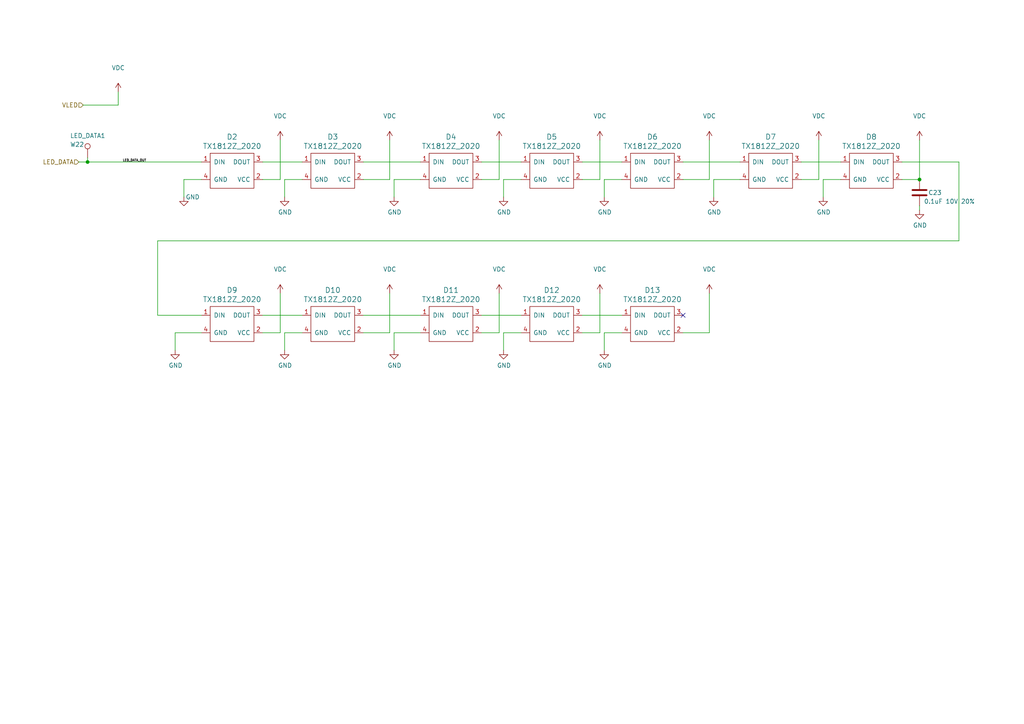
<source format=kicad_sch>
(kicad_sch (version 20211123) (generator eeschema)
  (paper "A4")
  (title_block (title "Pixels D20 Schematic, LEDs") (date "2020-04-13") (rev "2") (company "Systemic Games, LLC"))
  (lib_symbols
    (symbol "Device:C" (pin_numbers hide) (pin_names (offset 0.254))
      (property "Reference" "C" (at 0.635 2.54 0))
      (property "Value" "C" (at 0.635 -2.54 0))
      (symbol "C_0_1"
        (polyline (pts (xy -2.032 -0.762) (xy 2.032 -0.762)) (stroke (width 0.508)))
        (polyline (pts (xy -2.032 0.762) (xy 2.032 0.762)) (stroke (width 0.508)))
      )
      (symbol "C_1_1"
        (pin passive line (at 0 3.81 270) (length 2.794) (name "~") (number "1"))
        (pin passive line (at 0 -3.81 90) (length 2.794) (name "~") (number "2"))
      )
    )
    (symbol "Pixels-dice:TEST_1P-conn" (pin_numbers hide) (pin_names (offset 0.762) hide)
      (property "Reference" "W" (at 0 6.858 0))
      (property "Value" "TEST_1P-conn" (at 0 5.08 0))
      (symbol "TEST_1P-conn_0_1"
        (circle (center 0 3.302) (radius 0.762))
      )
      (symbol "TEST_1P-conn_1_1"
        (pin passive line (at 0 0 90) (length 2.54) (name "1") (number "1"))
      )
    )
    (symbol "Pixels-dice:TX1812Z_2020" (pin_names (offset 1.016))
      (property "Reference" "D" (at 0 -6.35 0))
      (property "Value" "TX1812Z_2020" (at 0 6.35 0))
      (symbol "TX1812Z_2020_0_1"
        (rectangle (start -6.35 5.08) (end 6.35 -5.08))
      )
      (symbol "TX1812Z_2020_1_1"
        (pin input line (at -8.89 2.54 0) (length 2.54) (name "DIN") (number "1"))
        (pin power_in line (at 8.89 -2.54 180) (length 2.54) (name "VCC") (number "2"))
        (pin output line (at 8.89 2.54 180) (length 2.54) (name "DOUT") (number "3"))
        (pin power_in line (at -8.89 -2.54 0) (length 2.54) (name "GND") (number "4"))
      )
    )
    (symbol "power:GND" (power) (pin_names (offset 0))
      (property "Value" "GND" (at 0 -3.81 0))
      (symbol "GND_0_1"
        (polyline (pts (xy 0 0) (xy 0 -1.27) (xy 1.27 -1.27) (xy 0 -2.54) (xy -1.27 -1.27) (xy 0 -1.27)))
      )
      (symbol "GND_1_1"
        (pin power_in line (at 0 0 270) (length 0) hide (name "GND") (number "1"))
      )
    )
    (symbol "power:VDC" (power) (pin_names (offset 0))
      (property "Value" "VDC" (at 0 6.35 0))
      (symbol "VDC_0_1"
        (polyline (pts (xy -0.762 1.27) (xy 0 2.54)))
        (polyline (pts (xy 0 0) (xy 0 2.54)))
        (polyline (pts (xy 0 2.54) (xy 0.762 1.27)))
      )
      (symbol "VDC_1_1"
        (pin power_in line (at 0 0 90) (length 0) hide (name "VDC") (number "1"))
      )
    )
  )
  (junction (at 25.4 46.99))
  (junction (at 266.7 52.07))
  (no_connect (at 198.12 91.44))
  (wire (pts (xy 76.2 91.44) (xy 87.63 91.44)))
  (wire (pts (xy 105.41 52.07) (xy 113.03 52.07)))
  (wire (pts (xy 278.13 69.85) (xy 45.72 69.85)))
  (wire (pts (xy 53.34 52.07) (xy 53.34 57.15)))
  (wire (pts (xy 207.01 52.07) (xy 207.01 57.15)))
  (wire (pts (xy 278.13 46.99) (xy 278.13 69.85)))
  (wire (pts (xy 81.28 85.09) (xy 81.28 96.52)))
  (wire (pts (xy 175.26 52.07) (xy 175.26 57.15)))
  (wire (pts (xy 266.7 59.69) (xy 266.7 60.96)))
  (wire (pts (xy 205.74 40.64) (xy 205.74 52.07)))
  (wire (pts (xy 238.76 57.15) (xy 238.76 52.07)))
  (wire (pts (xy 175.26 96.52) (xy 175.26 101.6)))
  (wire (pts (xy 168.91 52.07) (xy 173.99 52.07)))
  (wire (pts (xy 232.41 52.07) (xy 237.49 52.07)))
  (wire (pts (xy 114.3 52.07) (xy 114.3 57.15)))
  (wire (pts (xy 175.26 96.52) (xy 180.34 96.52)))
  (wire (pts (xy 198.12 52.07) (xy 205.74 52.07)))
  (wire (pts (xy 114.3 96.52) (xy 121.92 96.52)))
  (wire (pts (xy 25.4 45.72) (xy 25.4 46.99)))
  (wire (pts (xy 146.05 96.52) (xy 151.13 96.52)))
  (wire (pts (xy 168.91 91.44) (xy 180.34 91.44)))
  (wire (pts (xy 76.2 46.99) (xy 87.63 46.99)))
  (wire (pts (xy 232.41 46.99) (xy 243.84 46.99)))
  (wire (pts (xy 50.8 96.52) (xy 58.42 96.52)))
  (wire (pts (xy 53.34 52.07) (xy 58.42 52.07)))
  (wire (pts (xy 45.72 69.85) (xy 45.72 91.44)))
  (wire (pts (xy 34.29 30.48) (xy 34.29 26.67)))
  (wire (pts (xy 105.41 91.44) (xy 121.92 91.44)))
  (wire (pts (xy 198.12 46.99) (xy 214.63 46.99)))
  (wire (pts (xy 139.7 96.52) (xy 144.78 96.52)))
  (wire (pts (xy 139.7 52.07) (xy 144.78 52.07)))
  (wire (pts (xy 266.7 40.64) (xy 266.7 52.07)))
  (wire (pts (xy 114.3 96.52) (xy 114.3 101.6)))
  (wire (pts (xy 25.4 46.99) (xy 58.42 46.99)))
  (wire (pts (xy 105.41 96.52) (xy 113.03 96.52)))
  (wire (pts (xy 146.05 57.15) (xy 146.05 52.07)))
  (wire (pts (xy 168.91 96.52) (xy 173.99 96.52)))
  (wire (pts (xy 113.03 40.64) (xy 113.03 52.07)))
  (wire (pts (xy 144.78 40.64) (xy 144.78 52.07)))
  (wire (pts (xy 261.62 52.07) (xy 266.7 52.07)))
  (wire (pts (xy 139.7 46.99) (xy 151.13 46.99)))
  (wire (pts (xy 82.55 52.07) (xy 87.63 52.07)))
  (wire (pts (xy 105.41 46.99) (xy 121.92 46.99)))
  (wire (pts (xy 205.74 85.09) (xy 205.74 96.52)))
  (wire (pts (xy 114.3 52.07) (xy 121.92 52.07)))
  (wire (pts (xy 139.7 91.44) (xy 151.13 91.44)))
  (wire (pts (xy 45.72 91.44) (xy 58.42 91.44)))
  (wire (pts (xy 175.26 52.07) (xy 180.34 52.07)))
  (wire (pts (xy 146.05 52.07) (xy 151.13 52.07)))
  (wire (pts (xy 173.99 85.09) (xy 173.99 96.52)))
  (wire (pts (xy 168.91 46.99) (xy 180.34 46.99)))
  (wire (pts (xy 22.86 46.99) (xy 25.4 46.99)))
  (wire (pts (xy 76.2 52.07) (xy 81.28 52.07)))
  (wire (pts (xy 237.49 40.64) (xy 237.49 52.07)))
  (wire (pts (xy 113.03 85.09) (xy 113.03 96.52)))
  (wire (pts (xy 173.99 40.64) (xy 173.99 52.07)))
  (wire (pts (xy 261.62 46.99) (xy 278.13 46.99)))
  (wire (pts (xy 198.12 96.52) (xy 205.74 96.52)))
  (wire (pts (xy 81.28 40.64) (xy 81.28 52.07)))
  (wire (pts (xy 82.55 101.6) (xy 82.55 96.52)))
  (wire (pts (xy 207.01 52.07) (xy 214.63 52.07)))
  (wire (pts (xy 146.05 101.6) (xy 146.05 96.52)))
  (wire (pts (xy 24.13 30.48) (xy 34.29 30.48)))
  (wire (pts (xy 82.55 57.15) (xy 82.55 52.07)))
  (wire (pts (xy 82.55 96.52) (xy 87.63 96.52)))
  (wire (pts (xy 238.76 52.07) (xy 243.84 52.07)))
  (wire (pts (xy 76.2 96.52) (xy 81.28 96.52)))
  (wire (pts (xy 50.8 96.52) (xy 50.8 101.6)))
  (wire (pts (xy 144.78 85.09) (xy 144.78 96.52)))
  (label "LED_DATA_OUT" (at 35.56 46.99 0) (effects (font (size 0.635 0.635))))
  (hierarchical_label "LED_DATA" (shape input) (at 22.86 46.99 180))
  (hierarchical_label "VLED" (shape input) (at 24.13 30.48 180))
  (symbol (lib_id "Pixels-dice:TEST_1P-conn") (at 25.4 45.72 0) (unit 1)
    (property "Reference" "W22" (at 20.32 41.91 0) (effects (justify left)))
    (property "Value" "LED_DATA1" (at 20.32 39.37 0) (effects (justify left)))
    (property "Footprint" "Pixels-dice:TEST_PIN" (effects hide))
  )
  (symbol (lib_id "power:VDC") (at 34.29 26.67 0) (unit 1)
    (property "Reference" "#PWR0102" (effects hide))
    (property "Value" "VDC" (at 34.29 19.685 0))
  )
  (symbol (lib_id "power:VDC") (at 81.28 40.64 0) (unit 1)
    (property "Reference" "#PWR0103" (effects hide))
    (property "Value" "VDC" (at 81.28 33.655 0))
  )
  (symbol (lib_id "power:VDC") (at 113.03 40.64 0) (unit 1)
    (property "Reference" "#PWR0104" (effects hide))
    (property "Value" "VDC" (at 113.03 33.655 0))
  )
  (symbol (lib_id "power:GND") (at 53.34 57.15 0) (unit 1)
    (property "Reference" "#PWR0105" (effects hide))
    (property "Value" "GND" (at 55.88 57.15 0))
  )
  (symbol (lib_id "power:GND") (at 82.55 57.15 0) (unit 1)
    (property "Reference" "#PWR0106" (effects hide))
    (property "Value" "GND" (at 82.677 61.5442 0))
  )
  (symbol (lib_id "power:VDC") (at 144.78 40.64 0) (unit 1)
    (property "Reference" "#PWR0107" (effects hide))
    (property "Value" "VDC" (at 144.78 33.655 0))
  )
  (symbol (lib_id "power:VDC") (at 173.99 40.64 0) (unit 1)
    (property "Reference" "#PWR0108" (effects hide))
    (property "Value" "VDC" (at 173.99 33.655 0))
  )
  (symbol (lib_id "power:GND") (at 114.3 57.15 0) (unit 1)
    (property "Reference" "#PWR0109" (effects hide))
    (property "Value" "GND" (at 114.427 61.5442 0))
  )
  (symbol (lib_id "power:GND") (at 146.05 57.15 0) (unit 1)
    (property "Reference" "#PWR0110" (effects hide))
    (property "Value" "GND" (at 146.177 61.5442 0))
  )
  (symbol (lib_id "power:VDC") (at 205.74 40.64 0) (unit 1)
    (property "Reference" "#PWR0111" (effects hide))
    (property "Value" "VDC" (at 205.74 33.655 0))
  )
  (symbol (lib_id "power:VDC") (at 237.49 40.64 0) (unit 1)
    (property "Reference" "#PWR0112" (effects hide))
    (property "Value" "VDC" (at 237.49 33.655 0))
  )
  (symbol (lib_id "power:VDC") (at 266.7 40.64 0) (unit 1)
    (property "Reference" "#PWR0113" (effects hide))
    (property "Value" "VDC" (at 266.7 33.655 0))
  )
  (symbol (lib_id "power:GND") (at 207.01 57.15 0) (unit 1)
    (property "Reference" "#PWR0114" (effects hide))
    (property "Value" "GND" (at 207.137 61.5442 0))
  )
  (symbol (lib_id "power:GND") (at 238.76 57.15 0) (unit 1)
    (property "Reference" "#PWR0115" (effects hide))
    (property "Value" "GND" (at 238.887 61.5442 0))
  )
  (symbol (lib_id "power:GND") (at 175.26 57.15 0) (unit 1)
    (property "Reference" "#PWR0116" (effects hide))
    (property "Value" "GND" (at 175.387 61.5442 0))
  )
  (symbol (lib_id "power:VDC") (at 81.28 85.09 0) (unit 1)
    (property "Reference" "#PWR0117" (effects hide))
    (property "Value" "VDC" (at 81.28 78.105 0))
  )
  (symbol (lib_id "power:VDC") (at 113.03 85.09 0) (unit 1)
    (property "Reference" "#PWR0118" (effects hide))
    (property "Value" "VDC" (at 113.03 78.105 0))
  )
  (symbol (lib_id "power:GND") (at 50.8 101.6 0) (unit 1)
    (property "Reference" "#PWR0119" (effects hide))
    (property "Value" "GND" (at 50.927 105.9942 0))
  )
  (symbol (lib_id "power:GND") (at 82.55 101.6 0) (unit 1)
    (property "Reference" "#PWR0120" (effects hide))
    (property "Value" "GND" (at 82.677 105.9942 0))
  )
  (symbol (lib_id "power:VDC") (at 144.78 85.09 0) (unit 1)
    (property "Reference" "#PWR019" (effects hide))
    (property "Value" "VDC" (at 144.78 78.105 0))
  )
  (symbol (lib_id "power:VDC") (at 173.99 85.09 0) (unit 1)
    (property "Reference" "#PWR0121" (effects hide))
    (property "Value" "VDC" (at 173.99 78.105 0))
  )
  (symbol (lib_id "power:GND") (at 114.3 101.6 0) (unit 1)
    (property "Reference" "#PWR0122" (effects hide))
    (property "Value" "GND" (at 114.427 105.9942 0))
  )
  (symbol (lib_id "power:GND") (at 146.05 101.6 0) (unit 1)
    (property "Reference" "#PWR0123" (effects hide))
    (property "Value" "GND" (at 146.177 105.9942 0))
  )
  (symbol (lib_id "power:VDC") (at 205.74 85.09 0) (unit 1)
    (property "Reference" "#PWR0124" (effects hide))
    (property "Value" "VDC" (at 205.74 78.105 0))
  )
  (symbol (lib_id "power:GND") (at 175.26 101.6 0) (unit 1)
    (property "Reference" "#PWR0129" (effects hide))
    (property "Value" "GND" (at 175.387 105.9942 0))
  )
  (symbol (lib_id "Device:C") (at 266.7 55.88 0) (unit 1)
    (property "Reference" "C23" (at 269.24 55.88 0) (effects (justify left)))
    (property "Value" "0.1uF 10V 20%" (at 267.97 58.42 0) (effects (justify left)))
    (property "Footprint" "Capacitor_SMD:C_0402_1005Metric" (effects hide))
    (property "Generic OK" "YES" (effects hide))
    (property "Pixels Part Number" "SMD-C005" (effects hide))
    (property "Manufacturer" "Murata" (effects hide))
    (property "Manufacturer Part Number" "GRM155R61H104KE19D" (effects hide))
  )
  (symbol (lib_id "power:GND") (at 266.7 60.96 0) (unit 1)
    (property "Reference" "#PWR0140" (effects hide))
    (property "Value" "GND" (at 266.827 65.3542 0))
  )
  (symbol (lib_id "Pixels-dice:TX1812Z_2020") (at 67.31 49.53 0) (unit 1)
    (property "Reference" "D2" (at 67.31 39.7002 0) (effects (font (size 1.524 1.524))))
    (property "Value" "TX1812Z_2020" (at 67.31 42.3926 0) (effects (font (size 1.524 1.524))))
    (property "Footprint" "Pixels-dice:TX1812Z_2020" (effects hide))
    (property "Manufacturer" "TCWIN" (effects hide))
    (property "Manufacturer Part Number" "TX1812Z 2020" (effects hide))
    (property "Pixels Part Number" "SMD-D002-ALT2" (effects hide))
    (property "Generic OK" "NO" (effects hide))
  )
  (symbol (lib_id "Pixels-dice:TX1812Z_2020") (at 96.52 49.53 0) (unit 1)
    (property "Reference" "D3" (at 96.52 39.7002 0) (effects (font (size 1.524 1.524))))
    (property "Value" "TX1812Z_2020" (at 96.52 42.3926 0) (effects (font (size 1.524 1.524))))
    (property "Footprint" "Pixels-dice:TX1812Z_2020" (effects hide))
    (property "Manufacturer" "TCWIN" (effects hide))
    (property "Manufacturer Part Number" "TX1812Z 2020" (effects hide))
    (property "Pixels Part Number" "SMD-D002-ALT2" (effects hide))
    (property "Generic OK" "NO" (effects hide))
  )
  (symbol (lib_id "Pixels-dice:TX1812Z_2020") (at 130.81 49.53 0) (unit 1)
    (property "Reference" "D4" (at 130.81 39.7002 0) (effects (font (size 1.524 1.524))))
    (property "Value" "TX1812Z_2020" (at 130.81 42.3926 0) (effects (font (size 1.524 1.524))))
    (property "Footprint" "Pixels-dice:TX1812Z_2020" (effects hide))
    (property "Manufacturer" "TCWIN" (effects hide))
    (property "Manufacturer Part Number" "TX1812Z 2020" (effects hide))
    (property "Pixels Part Number" "SMD-D002-ALT2" (effects hide))
    (property "Generic OK" "NO" (effects hide))
  )
  (symbol (lib_id "Pixels-dice:TX1812Z_2020") (at 160.02 49.53 0) (unit 1)
    (property "Reference" "D5" (at 160.02 39.7002 0) (effects (font (size 1.524 1.524))))
    (property "Value" "TX1812Z_2020" (at 160.02 42.3926 0) (effects (font (size 1.524 1.524))))
    (property "Footprint" "Pixels-dice:TX1812Z_2020" (effects hide))
    (property "Manufacturer" "TCWIN" (effects hide))
    (property "Manufacturer Part Number" "TX1812Z 2020" (effects hide))
    (property "Pixels Part Number" "SMD-D002-ALT2" (effects hide))
    (property "Generic OK" "NO" (effects hide))
  )
  (symbol (lib_id "Pixels-dice:TX1812Z_2020") (at 189.23 49.53 0) (unit 1)
    (property "Reference" "D6" (at 189.23 39.7002 0) (effects (font (size 1.524 1.524))))
    (property "Value" "TX1812Z_2020" (at 189.23 42.3926 0) (effects (font (size 1.524 1.524))))
    (property "Footprint" "Pixels-dice:TX1812Z_2020" (effects hide))
    (property "Manufacturer" "TCWIN" (effects hide))
    (property "Manufacturer Part Number" "TX1812Z 2020" (effects hide))
    (property "Pixels Part Number" "SMD-D002-ALT2" (effects hide))
    (property "Generic OK" "NO" (effects hide))
  )
  (symbol (lib_id "Pixels-dice:TX1812Z_2020") (at 223.52 49.53 0) (unit 1)
    (property "Reference" "D7" (at 223.52 39.7002 0) (effects (font (size 1.524 1.524))))
    (property "Value" "TX1812Z_2020" (at 223.52 42.3926 0) (effects (font (size 1.524 1.524))))
    (property "Footprint" "Pixels-dice:TX1812Z_2020" (effects hide))
    (property "Manufacturer" "TCWIN" (effects hide))
    (property "Manufacturer Part Number" "TX1812Z 2020" (effects hide))
    (property "Pixels Part Number" "SMD-D002-ALT2" (effects hide))
    (property "Generic OK" "NO" (effects hide))
  )
  (symbol (lib_id "Pixels-dice:TX1812Z_2020") (at 252.73 49.53 0) (unit 1)
    (property "Reference" "D8" (at 252.73 39.7002 0) (effects (font (size 1.524 1.524))))
    (property "Value" "TX1812Z_2020" (at 252.73 42.3926 0) (effects (font (size 1.524 1.524))))
    (property "Footprint" "Pixels-dice:TX1812Z_2020" (effects hide))
    (property "Manufacturer" "TCWIN" (effects hide))
    (property "Manufacturer Part Number" "TX1812Z 2020" (effects hide))
    (property "Pixels Part Number" "SMD-D002-ALT2" (effects hide))
    (property "Generic OK" "NO" (effects hide))
  )
  (symbol (lib_id "Pixels-dice:TX1812Z_2020") (at 67.31 93.98 0) (unit 1)
    (property "Reference" "D9" (at 67.31 84.1502 0) (effects (font (size 1.524 1.524))))
    (property "Value" "TX1812Z_2020" (at 67.31 86.8426 0) (effects (font (size 1.524 1.524))))
    (property "Footprint" "Pixels-dice:TX1812Z_2020" (effects hide))
    (property "Manufacturer" "TCWIN" (effects hide))
    (property "Manufacturer Part Number" "TX1812Z 2020" (effects hide))
    (property "Pixels Part Number" "SMD-D002-ALT2" (effects hide))
    (property "Generic OK" "NO" (effects hide))
  )
  (symbol (lib_id "Pixels-dice:TX1812Z_2020") (at 96.52 93.98 0) (unit 1)
    (property "Reference" "D10" (at 96.52 84.1502 0) (effects (font (size 1.524 1.524))))
    (property "Value" "TX1812Z_2020" (at 96.52 86.8426 0) (effects (font (size 1.524 1.524))))
    (property "Footprint" "Pixels-dice:TX1812Z_2020" (effects hide))
    (property "Manufacturer" "TCWIN" (effects hide))
    (property "Manufacturer Part Number" "TX1812Z 2020" (effects hide))
    (property "Pixels Part Number" "SMD-D002-ALT2" (effects hide))
    (property "Generic OK" "NO" (effects hide))
  )
  (symbol (lib_id "Pixels-dice:TX1812Z_2020") (at 130.81 93.98 0) (unit 1)
    (property "Reference" "D11" (at 130.81 84.1502 0) (effects (font (size 1.524 1.524))))
    (property "Value" "TX1812Z_2020" (at 130.81 86.8426 0) (effects (font (size 1.524 1.524))))
    (property "Footprint" "Pixels-dice:TX1812Z_2020" (effects hide))
    (property "Manufacturer" "TCWIN" (effects hide))
    (property "Manufacturer Part Number" "TX1812Z 2020" (effects hide))
    (property "Pixels Part Number" "SMD-D002-ALT2" (effects hide))
    (property "Generic OK" "NO" (effects hide))
  )
  (symbol (lib_id "Pixels-dice:TX1812Z_2020") (at 160.02 93.98 0) (unit 1)
    (property "Reference" "D12" (at 160.02 84.1502 0) (effects (font (size 1.524 1.524))))
    (property "Value" "TX1812Z_2020" (at 160.02 86.8426 0) (effects (font (size 1.524 1.524))))
    (property "Footprint" "Pixels-dice:TX1812Z_2020" (effects hide))
    (property "Manufacturer" "TCWIN" (effects hide))
    (property "Manufacturer Part Number" "TX1812Z 2020" (effects hide))
    (property "Pixels Part Number" "SMD-D002-ALT2" (effects hide))
    (property "Generic OK" "NO" (effects hide))
  )
  (symbol (lib_id "Pixels-dice:TX1812Z_2020") (at 189.23 93.98 0) (unit 1)
    (property "Reference" "D13" (at 189.23 84.1502 0) (effects (font (size 1.524 1.524))))
    (property "Value" "TX1812Z_2020" (at 189.23 86.8426 0) (effects (font (size 1.524 1.524))))
    (property "Footprint" "Pixels-dice:TX1812Z_2020" (effects hide))
    (property "Manufacturer" "TCWIN" (effects hide))
    (property "Manufacturer Part Number" "TX1812Z 2020" (effects hide))
    (property "Pixels Part Number" "SMD-D002-ALT2" (effects hide))
    (property "Generic OK" "NO" (effects hide))
  )
)
</source>
